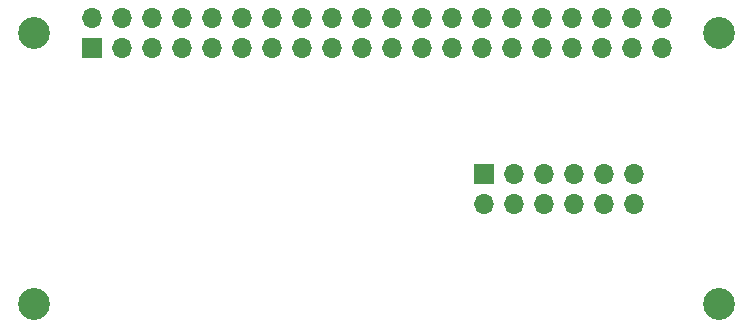
<source format=gbs>
G04 #@! TF.GenerationSoftware,KiCad,Pcbnew,(6.0.4)*
G04 #@! TF.CreationDate,2022-03-24T17:42:47+01:00*
G04 #@! TF.ProjectId,MT32pi-MiSTer,4d543332-7069-42d4-9d69-535465722e6b,rev?*
G04 #@! TF.SameCoordinates,Original*
G04 #@! TF.FileFunction,Soldermask,Bot*
G04 #@! TF.FilePolarity,Negative*
%FSLAX46Y46*%
G04 Gerber Fmt 4.6, Leading zero omitted, Abs format (unit mm)*
G04 Created by KiCad (PCBNEW (6.0.4)) date 2022-03-24 17:42:47*
%MOMM*%
%LPD*%
G01*
G04 APERTURE LIST*
%ADD10C,2.700000*%
%ADD11R,1.700000X1.700000*%
%ADD12O,1.700000X1.700000*%
G04 APERTURE END LIST*
D10*
X83500000Y-53500000D03*
D11*
X88400000Y-54790000D03*
D12*
X88400000Y-52250000D03*
X90940000Y-54790000D03*
X90940000Y-52250000D03*
X93480000Y-54790000D03*
X93480000Y-52250000D03*
X96020000Y-54790000D03*
X96020000Y-52250000D03*
X98560000Y-54790000D03*
X98560000Y-52250000D03*
X101100000Y-54790000D03*
X101100000Y-52250000D03*
X103640000Y-54790000D03*
X103640000Y-52250000D03*
X106180000Y-54790000D03*
X106180000Y-52250000D03*
X108720000Y-54790000D03*
X108720000Y-52250000D03*
X111260000Y-54790000D03*
X111260000Y-52250000D03*
X113800000Y-54790000D03*
X113800000Y-52250000D03*
X116340000Y-54790000D03*
X116340000Y-52250000D03*
X118880000Y-54790000D03*
X118880000Y-52250000D03*
X121420000Y-54790000D03*
X121420000Y-52250000D03*
X123960000Y-54790000D03*
X123960000Y-52250000D03*
X126500000Y-54790000D03*
X126500000Y-52250000D03*
X129040000Y-54790000D03*
X129040000Y-52250000D03*
X131580000Y-54790000D03*
X131580000Y-52250000D03*
X134120000Y-54790000D03*
X134120000Y-52250000D03*
X136660000Y-54790000D03*
X136660000Y-52250000D03*
D10*
X83500000Y-76500000D03*
X141500000Y-53500000D03*
D11*
X121580000Y-65450000D03*
D12*
X121580000Y-67990000D03*
X124120000Y-65450000D03*
X124120000Y-67990000D03*
X126660000Y-65450000D03*
X126660000Y-67990000D03*
X129200000Y-65450000D03*
X129200000Y-67990000D03*
X131740000Y-65450000D03*
X131740000Y-67990000D03*
X134280000Y-65450000D03*
X134280000Y-67990000D03*
D10*
X141500000Y-76500000D03*
M02*

</source>
